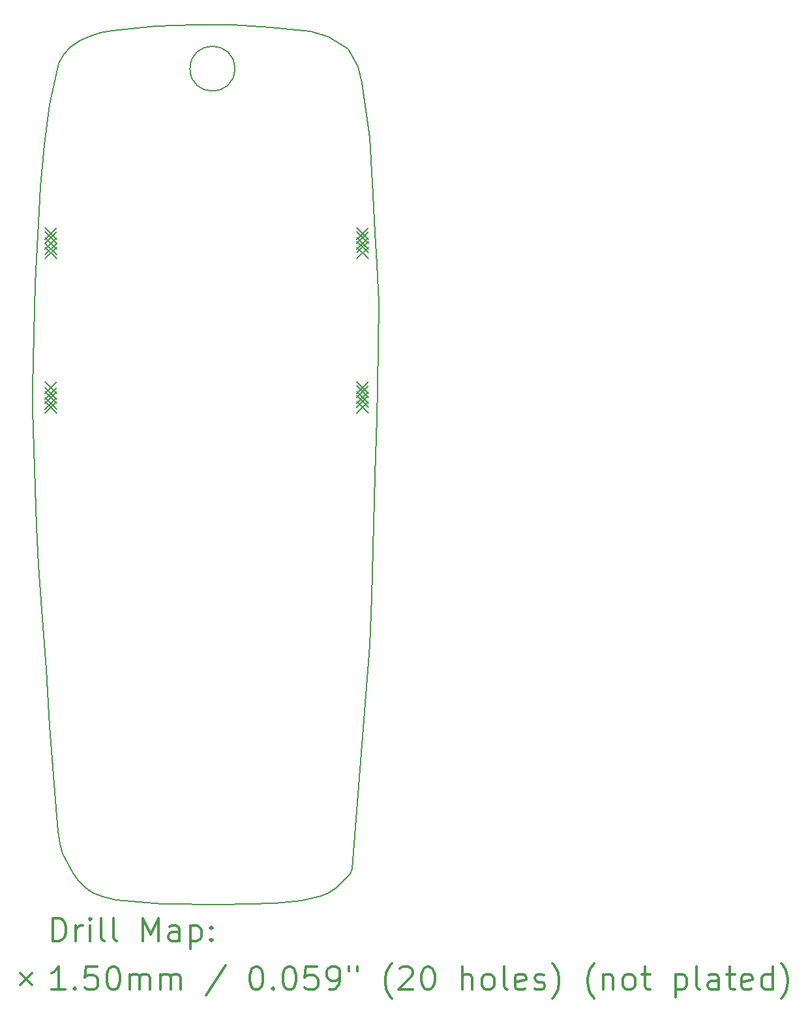
<source format=gbr>
%FSLAX45Y45*%
G04 Gerber Fmt 4.5, Leading zero omitted, Abs format (unit mm)*
G04 Created by KiCad (PCBNEW 4.0.7) date Mon Aug 20 12:58:33 2018*
%MOMM*%
%LPD*%
G01*
G04 APERTURE LIST*
%ADD10C,0.127000*%
%ADD11C,0.150000*%
%ADD12C,0.200000*%
%ADD13C,0.300000*%
G04 APERTURE END LIST*
D10*
D11*
X8060000Y-11820000D02*
X8040000Y-12450000D01*
X3835000Y-12756000D02*
X3880000Y-13500000D01*
X6285689Y-4965000D02*
G75*
G03X6285689Y-4965000I-290689J0D01*
G01*
X3695000Y-10405000D02*
X3710000Y-10905000D01*
X7810000Y-15340000D02*
X8040000Y-12450000D01*
X3990000Y-14860000D02*
X4015000Y-15020000D01*
X7785000Y-15410000D02*
X7810000Y-15340000D01*
X7605000Y-15590000D02*
X7785000Y-15410000D01*
X7505000Y-15655000D02*
X7605000Y-15590000D01*
X7400000Y-15700000D02*
X7505000Y-15655000D01*
X7150000Y-15755000D02*
X7400000Y-15700000D01*
X6810000Y-15790000D02*
X7150000Y-15755000D01*
X6105000Y-15810000D02*
X6810000Y-15790000D01*
X5350000Y-15805000D02*
X6105000Y-15810000D01*
X4745000Y-15750000D02*
X5350000Y-15805000D01*
X4575000Y-15710000D02*
X4745000Y-15750000D01*
X4440000Y-15655000D02*
X4575000Y-15710000D01*
X4350000Y-15590000D02*
X4440000Y-15655000D01*
X4255000Y-15500000D02*
X4350000Y-15590000D01*
X4185000Y-15405000D02*
X4255000Y-15500000D01*
X4050000Y-15150000D02*
X4185000Y-15405000D01*
X4015000Y-15020000D02*
X4050000Y-15150000D01*
X3970000Y-14670000D02*
X3990000Y-14860000D01*
X3880000Y-13500000D02*
X3970000Y-14670000D01*
X3790000Y-12105000D02*
X3835000Y-12755000D01*
X3740000Y-11405000D02*
X3790000Y-12105000D01*
X3710000Y-10905000D02*
X3740000Y-11405000D01*
X3660000Y-9395000D02*
X3695000Y-10405000D01*
X3660000Y-9095000D02*
X3660000Y-9395000D01*
X3695000Y-7750000D02*
X3660000Y-9095000D01*
X3760000Y-6495000D02*
X3695000Y-7750000D01*
X3810000Y-5955000D02*
X3760000Y-6495000D01*
X3885000Y-5430000D02*
X3810000Y-5955000D01*
X4000000Y-4900000D02*
X3885000Y-5430000D01*
X4065000Y-4775000D02*
X4000000Y-4900000D01*
X4155000Y-4685000D02*
X4065000Y-4775000D01*
X4280000Y-4600000D02*
X4155000Y-4685000D01*
X4400000Y-4545000D02*
X4280000Y-4600000D01*
X4540000Y-4500000D02*
X4400000Y-4545000D01*
X4690000Y-4470000D02*
X4540000Y-4500000D01*
X5265000Y-4415000D02*
X4690000Y-4470000D01*
X5765000Y-4400000D02*
X5265000Y-4415000D01*
X6260000Y-4400000D02*
X5765000Y-4400000D01*
X6750000Y-4430000D02*
X6260000Y-4400000D01*
X7270000Y-4480000D02*
X6750000Y-4430000D01*
X7500000Y-4550000D02*
X7270000Y-4480000D01*
X7755000Y-4710000D02*
X7500000Y-4550000D01*
X7890000Y-4940000D02*
X7755000Y-4710000D01*
X7935000Y-5150000D02*
X7890000Y-4940000D01*
X8035000Y-5860000D02*
X7935000Y-5150000D01*
X8080000Y-6600000D02*
X8035000Y-5860000D01*
X8110000Y-7100000D02*
X8080000Y-6600000D01*
X8135000Y-7500000D02*
X8110000Y-7100000D01*
X8155000Y-8000000D02*
X8135000Y-7500000D01*
X8140000Y-9100000D02*
X8155000Y-8000000D01*
X8130000Y-9500000D02*
X8140000Y-9100000D01*
X8105000Y-10240000D02*
X8130000Y-9500000D01*
X8060000Y-11820000D02*
X8105000Y-10240000D01*
D12*
X3820000Y-7030000D02*
X3970000Y-7180000D01*
X3970000Y-7030000D02*
X3820000Y-7180000D01*
X3820000Y-7080000D02*
X3970000Y-7230000D01*
X3970000Y-7080000D02*
X3820000Y-7230000D01*
X3820000Y-7155000D02*
X3970000Y-7305000D01*
X3970000Y-7155000D02*
X3820000Y-7305000D01*
X3820000Y-7230000D02*
X3970000Y-7380000D01*
X3970000Y-7230000D02*
X3820000Y-7380000D01*
X3820000Y-7280000D02*
X3970000Y-7430000D01*
X3970000Y-7280000D02*
X3820000Y-7430000D01*
X3820000Y-9030000D02*
X3970000Y-9180000D01*
X3970000Y-9030000D02*
X3820000Y-9180000D01*
X3820000Y-9105000D02*
X3970000Y-9255000D01*
X3970000Y-9105000D02*
X3820000Y-9255000D01*
X3820000Y-9155000D02*
X3970000Y-9305000D01*
X3970000Y-9155000D02*
X3820000Y-9305000D01*
X3820000Y-9230000D02*
X3970000Y-9380000D01*
X3970000Y-9230000D02*
X3820000Y-9380000D01*
X3820000Y-9280000D02*
X3970000Y-9430000D01*
X3970000Y-9280000D02*
X3820000Y-9430000D01*
X7870000Y-7030000D02*
X8020000Y-7180000D01*
X8020000Y-7030000D02*
X7870000Y-7180000D01*
X7870000Y-7080000D02*
X8020000Y-7230000D01*
X8020000Y-7080000D02*
X7870000Y-7230000D01*
X7870000Y-7155000D02*
X8020000Y-7305000D01*
X8020000Y-7155000D02*
X7870000Y-7305000D01*
X7870000Y-7205000D02*
X8020000Y-7355000D01*
X8020000Y-7205000D02*
X7870000Y-7355000D01*
X7870000Y-7280000D02*
X8020000Y-7430000D01*
X8020000Y-7280000D02*
X7870000Y-7430000D01*
X7870000Y-9030000D02*
X8020000Y-9180000D01*
X8020000Y-9030000D02*
X7870000Y-9180000D01*
X7870000Y-9080000D02*
X8020000Y-9230000D01*
X8020000Y-9080000D02*
X7870000Y-9230000D01*
X7870000Y-9155000D02*
X8020000Y-9305000D01*
X8020000Y-9155000D02*
X7870000Y-9305000D01*
X7870000Y-9205000D02*
X8020000Y-9355000D01*
X8020000Y-9205000D02*
X7870000Y-9355000D01*
X7870000Y-9280000D02*
X8020000Y-9430000D01*
X8020000Y-9280000D02*
X7870000Y-9430000D01*
D13*
X3923928Y-16283214D02*
X3923928Y-15983214D01*
X3995357Y-15983214D01*
X4038214Y-15997500D01*
X4066786Y-16026071D01*
X4081071Y-16054643D01*
X4095357Y-16111786D01*
X4095357Y-16154643D01*
X4081071Y-16211786D01*
X4066786Y-16240357D01*
X4038214Y-16268929D01*
X3995357Y-16283214D01*
X3923928Y-16283214D01*
X4223929Y-16283214D02*
X4223929Y-16083214D01*
X4223929Y-16140357D02*
X4238214Y-16111786D01*
X4252500Y-16097500D01*
X4281071Y-16083214D01*
X4309643Y-16083214D01*
X4409643Y-16283214D02*
X4409643Y-16083214D01*
X4409643Y-15983214D02*
X4395357Y-15997500D01*
X4409643Y-16011786D01*
X4423929Y-15997500D01*
X4409643Y-15983214D01*
X4409643Y-16011786D01*
X4595357Y-16283214D02*
X4566786Y-16268929D01*
X4552500Y-16240357D01*
X4552500Y-15983214D01*
X4752500Y-16283214D02*
X4723929Y-16268929D01*
X4709643Y-16240357D01*
X4709643Y-15983214D01*
X5095357Y-16283214D02*
X5095357Y-15983214D01*
X5195357Y-16197500D01*
X5295357Y-15983214D01*
X5295357Y-16283214D01*
X5566786Y-16283214D02*
X5566786Y-16126071D01*
X5552500Y-16097500D01*
X5523929Y-16083214D01*
X5466786Y-16083214D01*
X5438214Y-16097500D01*
X5566786Y-16268929D02*
X5538214Y-16283214D01*
X5466786Y-16283214D01*
X5438214Y-16268929D01*
X5423929Y-16240357D01*
X5423929Y-16211786D01*
X5438214Y-16183214D01*
X5466786Y-16168929D01*
X5538214Y-16168929D01*
X5566786Y-16154643D01*
X5709643Y-16083214D02*
X5709643Y-16383214D01*
X5709643Y-16097500D02*
X5738214Y-16083214D01*
X5795357Y-16083214D01*
X5823928Y-16097500D01*
X5838214Y-16111786D01*
X5852500Y-16140357D01*
X5852500Y-16226071D01*
X5838214Y-16254643D01*
X5823928Y-16268929D01*
X5795357Y-16283214D01*
X5738214Y-16283214D01*
X5709643Y-16268929D01*
X5981071Y-16254643D02*
X5995357Y-16268929D01*
X5981071Y-16283214D01*
X5966786Y-16268929D01*
X5981071Y-16254643D01*
X5981071Y-16283214D01*
X5981071Y-16097500D02*
X5995357Y-16111786D01*
X5981071Y-16126071D01*
X5966786Y-16111786D01*
X5981071Y-16097500D01*
X5981071Y-16126071D01*
X3502500Y-16702500D02*
X3652500Y-16852500D01*
X3652500Y-16702500D02*
X3502500Y-16852500D01*
X4081071Y-16913214D02*
X3909643Y-16913214D01*
X3995357Y-16913214D02*
X3995357Y-16613214D01*
X3966786Y-16656071D01*
X3938214Y-16684643D01*
X3909643Y-16698929D01*
X4209643Y-16884643D02*
X4223929Y-16898929D01*
X4209643Y-16913214D01*
X4195357Y-16898929D01*
X4209643Y-16884643D01*
X4209643Y-16913214D01*
X4495357Y-16613214D02*
X4352500Y-16613214D01*
X4338214Y-16756071D01*
X4352500Y-16741786D01*
X4381071Y-16727500D01*
X4452500Y-16727500D01*
X4481071Y-16741786D01*
X4495357Y-16756071D01*
X4509643Y-16784643D01*
X4509643Y-16856072D01*
X4495357Y-16884643D01*
X4481071Y-16898929D01*
X4452500Y-16913214D01*
X4381071Y-16913214D01*
X4352500Y-16898929D01*
X4338214Y-16884643D01*
X4695357Y-16613214D02*
X4723929Y-16613214D01*
X4752500Y-16627500D01*
X4766786Y-16641786D01*
X4781071Y-16670357D01*
X4795357Y-16727500D01*
X4795357Y-16798929D01*
X4781071Y-16856072D01*
X4766786Y-16884643D01*
X4752500Y-16898929D01*
X4723929Y-16913214D01*
X4695357Y-16913214D01*
X4666786Y-16898929D01*
X4652500Y-16884643D01*
X4638214Y-16856072D01*
X4623929Y-16798929D01*
X4623929Y-16727500D01*
X4638214Y-16670357D01*
X4652500Y-16641786D01*
X4666786Y-16627500D01*
X4695357Y-16613214D01*
X4923929Y-16913214D02*
X4923929Y-16713214D01*
X4923929Y-16741786D02*
X4938214Y-16727500D01*
X4966786Y-16713214D01*
X5009643Y-16713214D01*
X5038214Y-16727500D01*
X5052500Y-16756071D01*
X5052500Y-16913214D01*
X5052500Y-16756071D02*
X5066786Y-16727500D01*
X5095357Y-16713214D01*
X5138214Y-16713214D01*
X5166786Y-16727500D01*
X5181071Y-16756071D01*
X5181071Y-16913214D01*
X5323929Y-16913214D02*
X5323929Y-16713214D01*
X5323929Y-16741786D02*
X5338214Y-16727500D01*
X5366786Y-16713214D01*
X5409643Y-16713214D01*
X5438214Y-16727500D01*
X5452500Y-16756071D01*
X5452500Y-16913214D01*
X5452500Y-16756071D02*
X5466786Y-16727500D01*
X5495357Y-16713214D01*
X5538214Y-16713214D01*
X5566786Y-16727500D01*
X5581071Y-16756071D01*
X5581071Y-16913214D01*
X6166786Y-16598929D02*
X5909643Y-16984643D01*
X6552500Y-16613214D02*
X6581071Y-16613214D01*
X6609643Y-16627500D01*
X6623928Y-16641786D01*
X6638214Y-16670357D01*
X6652500Y-16727500D01*
X6652500Y-16798929D01*
X6638214Y-16856072D01*
X6623928Y-16884643D01*
X6609643Y-16898929D01*
X6581071Y-16913214D01*
X6552500Y-16913214D01*
X6523928Y-16898929D01*
X6509643Y-16884643D01*
X6495357Y-16856072D01*
X6481071Y-16798929D01*
X6481071Y-16727500D01*
X6495357Y-16670357D01*
X6509643Y-16641786D01*
X6523928Y-16627500D01*
X6552500Y-16613214D01*
X6781071Y-16884643D02*
X6795357Y-16898929D01*
X6781071Y-16913214D01*
X6766786Y-16898929D01*
X6781071Y-16884643D01*
X6781071Y-16913214D01*
X6981071Y-16613214D02*
X7009643Y-16613214D01*
X7038214Y-16627500D01*
X7052500Y-16641786D01*
X7066785Y-16670357D01*
X7081071Y-16727500D01*
X7081071Y-16798929D01*
X7066785Y-16856072D01*
X7052500Y-16884643D01*
X7038214Y-16898929D01*
X7009643Y-16913214D01*
X6981071Y-16913214D01*
X6952500Y-16898929D01*
X6938214Y-16884643D01*
X6923928Y-16856072D01*
X6909643Y-16798929D01*
X6909643Y-16727500D01*
X6923928Y-16670357D01*
X6938214Y-16641786D01*
X6952500Y-16627500D01*
X6981071Y-16613214D01*
X7352500Y-16613214D02*
X7209643Y-16613214D01*
X7195357Y-16756071D01*
X7209643Y-16741786D01*
X7238214Y-16727500D01*
X7309643Y-16727500D01*
X7338214Y-16741786D01*
X7352500Y-16756071D01*
X7366785Y-16784643D01*
X7366785Y-16856072D01*
X7352500Y-16884643D01*
X7338214Y-16898929D01*
X7309643Y-16913214D01*
X7238214Y-16913214D01*
X7209643Y-16898929D01*
X7195357Y-16884643D01*
X7509643Y-16913214D02*
X7566785Y-16913214D01*
X7595357Y-16898929D01*
X7609643Y-16884643D01*
X7638214Y-16841786D01*
X7652500Y-16784643D01*
X7652500Y-16670357D01*
X7638214Y-16641786D01*
X7623928Y-16627500D01*
X7595357Y-16613214D01*
X7538214Y-16613214D01*
X7509643Y-16627500D01*
X7495357Y-16641786D01*
X7481071Y-16670357D01*
X7481071Y-16741786D01*
X7495357Y-16770357D01*
X7509643Y-16784643D01*
X7538214Y-16798929D01*
X7595357Y-16798929D01*
X7623928Y-16784643D01*
X7638214Y-16770357D01*
X7652500Y-16741786D01*
X7766786Y-16613214D02*
X7766786Y-16670357D01*
X7881071Y-16613214D02*
X7881071Y-16670357D01*
X8323928Y-17027500D02*
X8309643Y-17013214D01*
X8281071Y-16970357D01*
X8266785Y-16941786D01*
X8252500Y-16898929D01*
X8238214Y-16827500D01*
X8238214Y-16770357D01*
X8252500Y-16698929D01*
X8266785Y-16656071D01*
X8281071Y-16627500D01*
X8309643Y-16584643D01*
X8323928Y-16570357D01*
X8423928Y-16641786D02*
X8438214Y-16627500D01*
X8466786Y-16613214D01*
X8538214Y-16613214D01*
X8566786Y-16627500D01*
X8581071Y-16641786D01*
X8595357Y-16670357D01*
X8595357Y-16698929D01*
X8581071Y-16741786D01*
X8409643Y-16913214D01*
X8595357Y-16913214D01*
X8781071Y-16613214D02*
X8809643Y-16613214D01*
X8838214Y-16627500D01*
X8852500Y-16641786D01*
X8866786Y-16670357D01*
X8881071Y-16727500D01*
X8881071Y-16798929D01*
X8866786Y-16856072D01*
X8852500Y-16884643D01*
X8838214Y-16898929D01*
X8809643Y-16913214D01*
X8781071Y-16913214D01*
X8752500Y-16898929D01*
X8738214Y-16884643D01*
X8723928Y-16856072D01*
X8709643Y-16798929D01*
X8709643Y-16727500D01*
X8723928Y-16670357D01*
X8738214Y-16641786D01*
X8752500Y-16627500D01*
X8781071Y-16613214D01*
X9238214Y-16913214D02*
X9238214Y-16613214D01*
X9366786Y-16913214D02*
X9366786Y-16756071D01*
X9352500Y-16727500D01*
X9323928Y-16713214D01*
X9281071Y-16713214D01*
X9252500Y-16727500D01*
X9238214Y-16741786D01*
X9552500Y-16913214D02*
X9523928Y-16898929D01*
X9509643Y-16884643D01*
X9495357Y-16856072D01*
X9495357Y-16770357D01*
X9509643Y-16741786D01*
X9523928Y-16727500D01*
X9552500Y-16713214D01*
X9595357Y-16713214D01*
X9623928Y-16727500D01*
X9638214Y-16741786D01*
X9652500Y-16770357D01*
X9652500Y-16856072D01*
X9638214Y-16884643D01*
X9623928Y-16898929D01*
X9595357Y-16913214D01*
X9552500Y-16913214D01*
X9823928Y-16913214D02*
X9795357Y-16898929D01*
X9781071Y-16870357D01*
X9781071Y-16613214D01*
X10052500Y-16898929D02*
X10023929Y-16913214D01*
X9966786Y-16913214D01*
X9938214Y-16898929D01*
X9923929Y-16870357D01*
X9923929Y-16756071D01*
X9938214Y-16727500D01*
X9966786Y-16713214D01*
X10023929Y-16713214D01*
X10052500Y-16727500D01*
X10066786Y-16756071D01*
X10066786Y-16784643D01*
X9923929Y-16813214D01*
X10181071Y-16898929D02*
X10209643Y-16913214D01*
X10266786Y-16913214D01*
X10295357Y-16898929D01*
X10309643Y-16870357D01*
X10309643Y-16856072D01*
X10295357Y-16827500D01*
X10266786Y-16813214D01*
X10223929Y-16813214D01*
X10195357Y-16798929D01*
X10181071Y-16770357D01*
X10181071Y-16756071D01*
X10195357Y-16727500D01*
X10223929Y-16713214D01*
X10266786Y-16713214D01*
X10295357Y-16727500D01*
X10409643Y-17027500D02*
X10423929Y-17013214D01*
X10452500Y-16970357D01*
X10466786Y-16941786D01*
X10481071Y-16898929D01*
X10495357Y-16827500D01*
X10495357Y-16770357D01*
X10481071Y-16698929D01*
X10466786Y-16656071D01*
X10452500Y-16627500D01*
X10423929Y-16584643D01*
X10409643Y-16570357D01*
X10952500Y-17027500D02*
X10938214Y-17013214D01*
X10909643Y-16970357D01*
X10895357Y-16941786D01*
X10881071Y-16898929D01*
X10866786Y-16827500D01*
X10866786Y-16770357D01*
X10881071Y-16698929D01*
X10895357Y-16656071D01*
X10909643Y-16627500D01*
X10938214Y-16584643D01*
X10952500Y-16570357D01*
X11066786Y-16713214D02*
X11066786Y-16913214D01*
X11066786Y-16741786D02*
X11081071Y-16727500D01*
X11109643Y-16713214D01*
X11152500Y-16713214D01*
X11181071Y-16727500D01*
X11195357Y-16756071D01*
X11195357Y-16913214D01*
X11381071Y-16913214D02*
X11352500Y-16898929D01*
X11338214Y-16884643D01*
X11323928Y-16856072D01*
X11323928Y-16770357D01*
X11338214Y-16741786D01*
X11352500Y-16727500D01*
X11381071Y-16713214D01*
X11423928Y-16713214D01*
X11452500Y-16727500D01*
X11466786Y-16741786D01*
X11481071Y-16770357D01*
X11481071Y-16856072D01*
X11466786Y-16884643D01*
X11452500Y-16898929D01*
X11423928Y-16913214D01*
X11381071Y-16913214D01*
X11566786Y-16713214D02*
X11681071Y-16713214D01*
X11609643Y-16613214D02*
X11609643Y-16870357D01*
X11623928Y-16898929D01*
X11652500Y-16913214D01*
X11681071Y-16913214D01*
X12009643Y-16713214D02*
X12009643Y-17013214D01*
X12009643Y-16727500D02*
X12038214Y-16713214D01*
X12095357Y-16713214D01*
X12123928Y-16727500D01*
X12138214Y-16741786D01*
X12152500Y-16770357D01*
X12152500Y-16856072D01*
X12138214Y-16884643D01*
X12123928Y-16898929D01*
X12095357Y-16913214D01*
X12038214Y-16913214D01*
X12009643Y-16898929D01*
X12323928Y-16913214D02*
X12295357Y-16898929D01*
X12281071Y-16870357D01*
X12281071Y-16613214D01*
X12566786Y-16913214D02*
X12566786Y-16756071D01*
X12552500Y-16727500D01*
X12523929Y-16713214D01*
X12466786Y-16713214D01*
X12438214Y-16727500D01*
X12566786Y-16898929D02*
X12538214Y-16913214D01*
X12466786Y-16913214D01*
X12438214Y-16898929D01*
X12423929Y-16870357D01*
X12423929Y-16841786D01*
X12438214Y-16813214D01*
X12466786Y-16798929D01*
X12538214Y-16798929D01*
X12566786Y-16784643D01*
X12666786Y-16713214D02*
X12781071Y-16713214D01*
X12709643Y-16613214D02*
X12709643Y-16870357D01*
X12723929Y-16898929D01*
X12752500Y-16913214D01*
X12781071Y-16913214D01*
X12995357Y-16898929D02*
X12966786Y-16913214D01*
X12909643Y-16913214D01*
X12881071Y-16898929D01*
X12866786Y-16870357D01*
X12866786Y-16756071D01*
X12881071Y-16727500D01*
X12909643Y-16713214D01*
X12966786Y-16713214D01*
X12995357Y-16727500D01*
X13009643Y-16756071D01*
X13009643Y-16784643D01*
X12866786Y-16813214D01*
X13266786Y-16913214D02*
X13266786Y-16613214D01*
X13266786Y-16898929D02*
X13238214Y-16913214D01*
X13181071Y-16913214D01*
X13152500Y-16898929D01*
X13138214Y-16884643D01*
X13123929Y-16856072D01*
X13123929Y-16770357D01*
X13138214Y-16741786D01*
X13152500Y-16727500D01*
X13181071Y-16713214D01*
X13238214Y-16713214D01*
X13266786Y-16727500D01*
X13381071Y-17027500D02*
X13395357Y-17013214D01*
X13423929Y-16970357D01*
X13438214Y-16941786D01*
X13452500Y-16898929D01*
X13466786Y-16827500D01*
X13466786Y-16770357D01*
X13452500Y-16698929D01*
X13438214Y-16656071D01*
X13423929Y-16627500D01*
X13395357Y-16584643D01*
X13381071Y-16570357D01*
M02*

</source>
